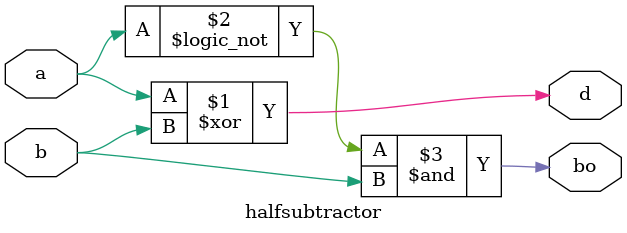
<source format=v>
module halfsubtractor(
  input a,b,
  output d, bo);
  
  assign d = a ^ b;
  assign bo = !a & b;
  
endmodule

</source>
